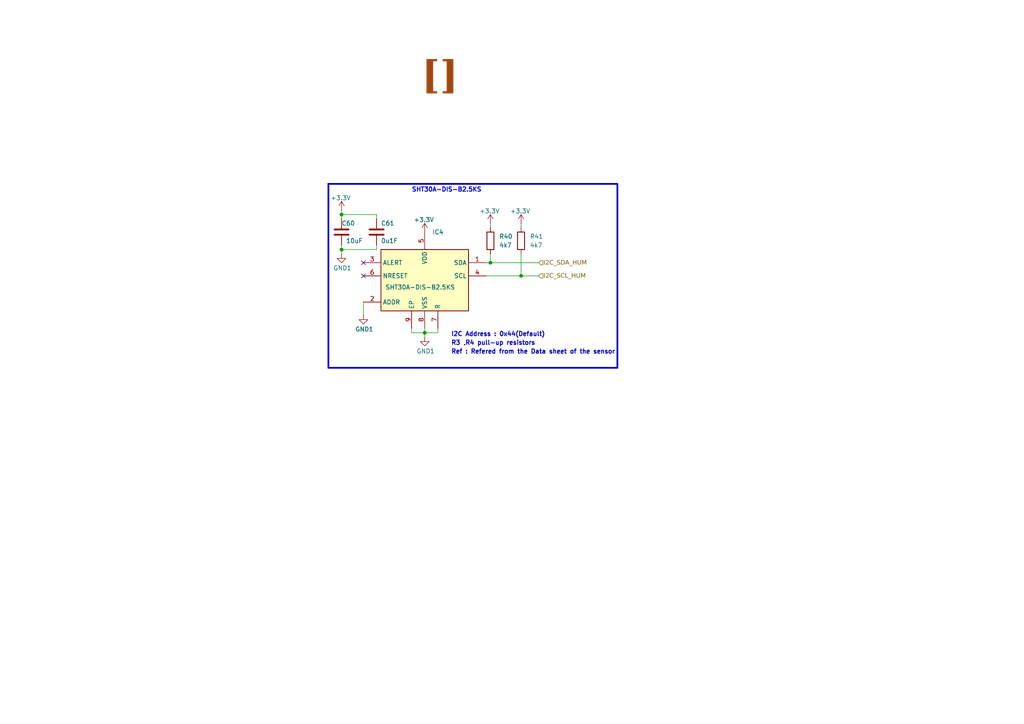
<source format=kicad_sch>
(kicad_sch (version 20231120) (generator "eeschema") (generator_version "8.0")
  (paper "A4")
  (title_block (title "Rapid-Core") (date "2024-09-09") (rev "1.0.1"))
  (lib_symbols
    (symbol "+3.3V_1" (power) (pin_numbers hide) (pin_names (offset 0) hide)
      (property "Value" "+3.3V" (at 0 3.556 0))
      (symbol "+3.3V_1_0_1"
        (polyline (pts (xy -0.762 1.27) (xy 0 2.54)))
        (polyline (pts (xy 0 0) (xy 0 2.54)))
        (polyline (pts (xy 0 2.54) (xy 0.762 1.27)))
      )
      (symbol "+3.3V_1_1_1"
        (pin power_in line (at 0 0 90) (length 0) (name "~") (number "1"))
      )
    )
    (symbol "Device:C" (pin_numbers hide) (pin_names (offset 0.254))
      (property "Reference" "C" (at 0.635 2.54 0))
      (property "Value" "C" (at 0.635 -2.54 0))
      (symbol "C_0_1"
        (polyline (pts (xy -2.032 -0.762) (xy 2.032 -0.762)) (stroke (width 0.508)))
        (polyline (pts (xy -2.032 0.762) (xy 2.032 0.762)) (stroke (width 0.508)))
      )
      (symbol "C_1_1"
        (pin passive line (at 0 3.81 270) (length 2.794) (name "~") (number "1"))
        (pin passive line (at 0 -3.81 90) (length 2.794) (name "~") (number "2"))
      )
    )
    (symbol "Device:R" (pin_numbers hide) (pin_names (offset 0))
      (property "Reference" "R" (at 2.032 0 90))
      (property "Value" "R" (at 0 0 90))
      (symbol "R_0_1"
        (rectangle (start -1.016 -2.54) (end 1.016 2.54) (stroke (width 0.254)))
      )
      (symbol "R_1_1"
        (pin passive line (at 0 3.81 270) (length 1.27) (name "~") (number "1"))
        (pin passive line (at 0 -3.81 90) (length 1.27) (name "~") (number "2"))
      )
    )
    (symbol "GND1_1" (power) (pin_numbers hide) (pin_names (offset 0) hide)
      (property "Value" "GND1" (at 0 -3.81 0))
      (symbol "GND1_1_0_1"
        (polyline (pts (xy 0 0) (xy 0 -1.27) (xy 1.27 -1.27) (xy 0 -2.54) (xy -1.27 -1.27) (xy 0 -1.27)))
      )
      (symbol "GND1_1_1_1"
        (pin power_in line (at 0 0 270) (length 0) (name "~") (number "1"))
      )
    )
    (symbol "SHT30A-DIS-B2_5KS:SHT30A-DIS-B2.5KS"
      (property "Reference" "IC" (at 3.81 11.43 0))
      (property "Value" "SHT30A-DIS-B2.5KS" (at -11.43 -1.27 0))
      (symbol "SHT30A-DIS-B2.5KS_1_1"
        (rectangle (start -12.7 8.89) (end 12.7 -8.89) (stroke (width 0.254)) (fill (type background)))
        (pin passive line (at 17.78 5.08 180) (length 5.08) (name "SDA") (number "1"))
        (pin passive line (at -17.78 -6.35 0) (length 5.08) (name "ADDR") (number "2"))
        (pin passive line (at -17.78 5.08 0) (length 5.08) (name "ALERT") (number "3"))
        (pin passive line (at 17.78 1.27 180) (length 5.08) (name "SCL") (number "4"))
        (pin passive line (at 0 13.97 270) (length 5.08) (name "VDD") (number "5"))
        (pin passive line (at -17.78 1.27 0) (length 5.08) (name "NRESET") (number "6"))
        (pin passive line (at 3.81 -13.97 90) (length 5.08) (name "R") (number "7"))
        (pin passive line (at 0 -13.97 90) (length 5.08) (name "VSS") (number "8"))
        (pin passive line (at -3.81 -13.97 90) (length 5.08) (name "EP") (number "9"))
      )
    )
  )
  (junction (at 151.13 80.01))
  (junction (at 142.24 76.2))
  (junction (at 99.06 72.39))
  (junction (at 99.06 62.23))
  (junction (at 123.19 96.52))
  (no_connect (at 105.41 76.2))
  (no_connect (at 105.41 80.01))
  (wire (pts (xy 151.13 80.01) (xy 156.21 80.01)))
  (wire (pts (xy 151.13 64.77) (xy 151.13 66.04)))
  (wire (pts (xy 109.22 72.39) (xy 109.22 71.12)))
  (wire (pts (xy 99.06 62.23) (xy 99.06 63.5)))
  (wire (pts (xy 99.06 62.23) (xy 109.22 62.23)))
  (wire (pts (xy 123.19 96.52) (xy 123.19 97.79)))
  (wire (pts (xy 105.41 87.63) (xy 105.41 91.44)))
  (wire (pts (xy 119.38 95.25) (xy 119.38 96.52)))
  (wire (pts (xy 140.97 80.01) (xy 151.13 80.01)))
  (wire (pts (xy 99.06 72.39) (xy 99.06 71.12)))
  (wire (pts (xy 99.06 72.39) (xy 109.22 72.39)))
  (wire (pts (xy 142.24 73.66) (xy 142.24 76.2)))
  (wire (pts (xy 127 96.52) (xy 123.19 96.52)))
  (wire (pts (xy 99.06 73.66) (xy 99.06 72.39)))
  (wire (pts (xy 123.19 96.52) (xy 123.19 95.25)))
  (wire (pts (xy 142.24 76.2) (xy 156.21 76.2)))
  (wire (pts (xy 99.06 62.23) (xy 99.06 60.96)))
  (wire (pts (xy 109.22 62.23) (xy 109.22 63.5)))
  (wire (pts (xy 127 95.25) (xy 127 96.52)))
  (wire (pts (xy 140.97 76.2) (xy 142.24 76.2)))
  (wire (pts (xy 151.13 73.66) (xy 151.13 80.01)))
  (wire (pts (xy 119.38 96.52) (xy 123.19 96.52)))
  (wire (pts (xy 142.24 64.77) (xy 142.24 66.04)))
  (rectangle (start 95.25 53.34) (end 179.07 106.68) (stroke (width 0.5)))
  (text "[${#}] ${SHEETNAME}" (at 129.54 24.638 0) (effects (font (size 8 8) (thickness 0.254) (bold yes))))
  (text "SHT30A-DIS-B2.5KS" (at 119.38 55.88 0) (effects (font (size 1.27 1.27) (bold yes)) (justify left bottom)))
  (text "I2C Address : 0x44(Default)" (at 130.81 97.79 0) (effects (font (size 1.27 1.27) (bold yes)) (justify left bottom)))
  (text "Ref : Refered from the Data sheet of the sensor " (at 130.81 102.87 0) (effects (font (size 1.27 1.27) (bold yes)) (justify left bottom)))
  (text "R3 ,R4 pull-up resistors  " (at 130.81 100.33 0) (effects (font (size 1.27 1.27) (bold yes)) (justify left bottom)))
  (hierarchical_label "I2C_SDA_HUM" (shape input) (at 156.21 76.2 0))
  (hierarchical_label "I2C_SCL_HUM" (shape input) (at 156.21 80.01 0))
  (symbol (lib_name "GND1_1") (lib_id "power:GND1") (at 99.06 73.66 0) (unit 1)
    (property "Reference" "#PWR0102" (effects (hide yes)))
    (property "Value" "GND1" (at 99.314 77.724 0))
    (property "Description" "Power symbol creates a global label with name \"GND1\" , ground" (effects (hide yes)))
  )
  (symbol (lib_name "+3.3V_1") (lib_id "power:+3.3V") (at 99.06 60.96 0) (unit 1)
    (property "Reference" "#PWR098" (effects (hide yes)))
    (property "Value" "+3.3V" (at 98.806 57.404 0))
    (property "Description" "Power symbol creates a global label with name \"+3.3V\"" (effects (hide yes)))
  )
  (symbol (lib_id "Device:R") (at 142.24 69.85 0) (unit 1)
    (property "Reference" "R40" (at 144.78 68.58 0) (effects (justify left)))
    (property "Value" "4k7" (at 144.78 71.12 0) (effects (justify left)))
    (property "Footprint" "Resistor_SMD:R_0805_2012Metric_Pad1.20x1.40mm_HandSolder" (effects (hide yes)))
  )
  (symbol (lib_name "GND1_1") (lib_id "power:GND1") (at 123.19 97.79 0) (unit 1)
    (property "Reference" "#PWR0104" (effects (hide yes)))
    (property "Value" "GND1" (at 123.444 101.854 0))
    (property "Description" "Power symbol creates a global label with name \"GND1\" , ground" (effects (hide yes)))
  )
  (symbol (lib_id "Device:R") (at 151.13 69.85 0) (unit 1)
    (property "Reference" "R41" (at 153.67 68.58 0) (effects (justify left)))
    (property "Value" "4k7" (at 153.67 71.12 0) (effects (justify left)))
    (property "Footprint" "Resistor_SMD:R_0805_2012Metric_Pad1.20x1.40mm_HandSolder" (effects (hide yes)))
  )
  (symbol (lib_id "Device:C") (at 109.22 67.31 0) (unit 1)
    (property "Reference" "C61" (at 110.49 64.77 0) (effects (justify left)))
    (property "Value" "0u1F" (at 110.49 69.85 0) (effects (justify left)))
    (property "Footprint" "Capacitor_SMD:C_0603_1608Metric_Pad1.08x0.95mm_HandSolder" (effects (hide yes)))
  )
  (symbol (lib_name "GND1_1") (lib_id "power:GND1") (at 105.41 91.44 0) (unit 1)
    (property "Reference" "#PWR0103" (effects (hide yes)))
    (property "Value" "GND1" (at 105.664 95.504 0))
    (property "Description" "Power symbol creates a global label with name \"GND1\" , ground" (effects (hide yes)))
  )
  (symbol (lib_name "+3.3V_1") (lib_id "power:+3.3V") (at 151.13 64.77 0) (unit 1)
    (property "Reference" "#PWR0100" (effects (hide yes)))
    (property "Value" "+3.3V" (at 150.876 61.214 0))
    (property "Description" "Power symbol creates a global label with name \"+3.3V\"" (effects (hide yes)))
  )
  (symbol (lib_name "+3.3V_1") (lib_id "power:+3.3V") (at 142.24 64.77 0) (unit 1)
    (property "Reference" "#PWR099" (effects (hide yes)))
    (property "Value" "+3.3V" (at 141.986 61.214 0))
    (property "Description" "Power symbol creates a global label with name \"+3.3V\"" (effects (hide yes)))
  )
  (symbol (lib_name "+3.3V_1") (lib_id "power:+3.3V") (at 123.19 67.31 0) (unit 1)
    (property "Reference" "#PWR0101" (effects (hide yes)))
    (property "Value" "+3.3V" (at 122.936 63.754 0))
    (property "Description" "Power symbol creates a global label with name \"+3.3V\"" (effects (hide yes)))
  )
  (symbol (lib_id "SHT30A-DIS-B2_5KS:SHT30A-DIS-B2.5KS") (at 123.19 81.28 0) (unit 1)
    (property "Reference" "IC4" (at 125.3841 67.31 0) (effects (justify left)))
    (property "Value" "SHT30A-DIS-B2.5KS" (at 111.76 83.312 0) (effects (justify left)))
    (property "Footprint" "SHT30A-DIS-B2.5KS:SON50P250X250X100-9N-D" (effects (hide yes)))
    (property "Datasheet" "https://sensirion.com/media/documents/68C84E66/61641CAE/Sensirion_Humidity_Sensors_SHT3xA_Datasheet.pdf" (effects (hide yes)))
    (property "Description" "Humidity/Temperature Sensor Digital Serial (I2C) Automotive 8-Pin DFN EP T/R" (effects (hide yes)))
    (property "Height" "1" (effects (hide yes)))
    (property "Mouser Part Number" "403-SHT30ADIS-B2.5KS" (effects (hide yes)))
    (property "Mouser Price/Stock" "https://www.mouser.co.uk/ProductDetail/Sensirion/SHT30A-DIS-B2.5KS?qs=vHuUswq2%252BswKlkedscwYEA%3D%3D" (effects (hide yes)))
    (property "Manufacturer_Name" "Sensirion" (effects (hide yes)))
    (property "Manufacturer_Part_Number" "SHT30A-DIS-B2.5KS" (effects (hide yes)))
  )
  (symbol (lib_id "Device:C") (at 99.06 67.31 0) (unit 1)
    (property "Reference" "C60" (at 99.06 64.77 0) (effects (justify left)))
    (property "Value" "10uF" (at 100.33 69.85 0) (effects (justify left)))
    (property "Footprint" "Capacitor_SMD:C_0805_2012Metric_Pad1.18x1.45mm_HandSolder" (effects (hide yes)))
  )
)
</source>
